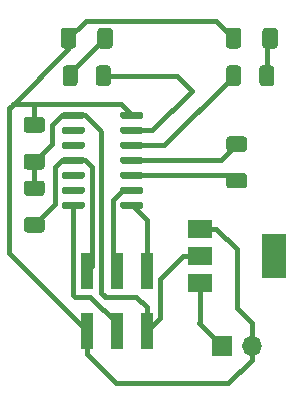
<source format=gbr>
%TF.GenerationSoftware,KiCad,Pcbnew,(5.1.10-1-10_14)*%
%TF.CreationDate,2021-11-12T17:30:00-08:00*%
%TF.ProjectId,Tiny44_ghost,54696e79-3434-45f6-9768-6f73742e6b69,rev?*%
%TF.SameCoordinates,Original*%
%TF.FileFunction,Copper,L1,Top*%
%TF.FilePolarity,Positive*%
%FSLAX46Y46*%
G04 Gerber Fmt 4.6, Leading zero omitted, Abs format (unit mm)*
G04 Created by KiCad (PCBNEW (5.1.10-1-10_14)) date 2021-11-12 17:30:00*
%MOMM*%
%LPD*%
G01*
G04 APERTURE LIST*
%TA.AperFunction,SMDPad,CuDef*%
%ADD10R,1.000000X3.150000*%
%TD*%
%TA.AperFunction,SMDPad,CuDef*%
%ADD11R,2.000000X3.800000*%
%TD*%
%TA.AperFunction,SMDPad,CuDef*%
%ADD12R,2.000000X1.500000*%
%TD*%
%TA.AperFunction,ComponentPad*%
%ADD13R,1.700000X1.700000*%
%TD*%
%TA.AperFunction,ComponentPad*%
%ADD14O,1.700000X1.700000*%
%TD*%
%TA.AperFunction,Conductor*%
%ADD15C,0.400000*%
%TD*%
G04 APERTURE END LIST*
D10*
%TO.P,J2,1*%
%TO.N,/MISO*%
X176530000Y-125745000D03*
%TO.P,J2,2*%
%TO.N,VCC*%
X176530000Y-130795000D03*
%TO.P,J2,3*%
%TO.N,/SCK*%
X173990000Y-125745000D03*
%TO.P,J2,4*%
%TO.N,/MOSI*%
X173990000Y-130795000D03*
%TO.P,J2,5*%
%TO.N,/RESET*%
X171450000Y-125745000D03*
%TO.P,J2,6*%
%TO.N,GND*%
X171450000Y-130795000D03*
%TD*%
%TO.P,C1,1*%
%TO.N,VCC*%
%TA.AperFunction,SMDPad,CuDef*%
G36*
G01*
X167655001Y-117160000D02*
X166354999Y-117160000D01*
G75*
G02*
X166105000Y-116910001I0J249999D01*
G01*
X166105000Y-116084999D01*
G75*
G02*
X166354999Y-115835000I249999J0D01*
G01*
X167655001Y-115835000D01*
G75*
G02*
X167905000Y-116084999I0J-249999D01*
G01*
X167905000Y-116910001D01*
G75*
G02*
X167655001Y-117160000I-249999J0D01*
G01*
G37*
%TD.AperFunction*%
%TO.P,C1,2*%
%TO.N,GND*%
%TA.AperFunction,SMDPad,CuDef*%
G36*
G01*
X167655001Y-114035000D02*
X166354999Y-114035000D01*
G75*
G02*
X166105000Y-113785001I0J249999D01*
G01*
X166105000Y-112959999D01*
G75*
G02*
X166354999Y-112710000I249999J0D01*
G01*
X167655001Y-112710000D01*
G75*
G02*
X167905000Y-112959999I0J-249999D01*
G01*
X167905000Y-113785001D01*
G75*
G02*
X167655001Y-114035000I-249999J0D01*
G01*
G37*
%TD.AperFunction*%
%TD*%
%TO.P,D1,2*%
%TO.N,Net-(D1-Pad2)*%
%TA.AperFunction,SMDPad,CuDef*%
G36*
G01*
X172225000Y-109845000D02*
X172225000Y-108595000D01*
G75*
G02*
X172475000Y-108345000I250000J0D01*
G01*
X173225000Y-108345000D01*
G75*
G02*
X173475000Y-108595000I0J-250000D01*
G01*
X173475000Y-109845000D01*
G75*
G02*
X173225000Y-110095000I-250000J0D01*
G01*
X172475000Y-110095000D01*
G75*
G02*
X172225000Y-109845000I0J250000D01*
G01*
G37*
%TD.AperFunction*%
%TO.P,D1,1*%
%TO.N,Net-(D1-Pad1)*%
%TA.AperFunction,SMDPad,CuDef*%
G36*
G01*
X169425000Y-109845000D02*
X169425000Y-108595000D01*
G75*
G02*
X169675000Y-108345000I250000J0D01*
G01*
X170425000Y-108345000D01*
G75*
G02*
X170675000Y-108595000I0J-250000D01*
G01*
X170675000Y-109845000D01*
G75*
G02*
X170425000Y-110095000I-250000J0D01*
G01*
X169675000Y-110095000D01*
G75*
G02*
X169425000Y-109845000I0J250000D01*
G01*
G37*
%TD.AperFunction*%
%TD*%
%TO.P,D2,1*%
%TO.N,Net-(D2-Pad1)*%
%TA.AperFunction,SMDPad,CuDef*%
G36*
G01*
X187315000Y-108595000D02*
X187315000Y-109845000D01*
G75*
G02*
X187065000Y-110095000I-250000J0D01*
G01*
X186315000Y-110095000D01*
G75*
G02*
X186065000Y-109845000I0J250000D01*
G01*
X186065000Y-108595000D01*
G75*
G02*
X186315000Y-108345000I250000J0D01*
G01*
X187065000Y-108345000D01*
G75*
G02*
X187315000Y-108595000I0J-250000D01*
G01*
G37*
%TD.AperFunction*%
%TO.P,D2,2*%
%TO.N,Net-(D2-Pad2)*%
%TA.AperFunction,SMDPad,CuDef*%
G36*
G01*
X184515000Y-108595000D02*
X184515000Y-109845000D01*
G75*
G02*
X184265000Y-110095000I-250000J0D01*
G01*
X183515000Y-110095000D01*
G75*
G02*
X183265000Y-109845000I0J250000D01*
G01*
X183265000Y-108595000D01*
G75*
G02*
X183515000Y-108345000I250000J0D01*
G01*
X184265000Y-108345000D01*
G75*
G02*
X184515000Y-108595000I0J-250000D01*
G01*
G37*
%TD.AperFunction*%
%TD*%
%TO.P,R1,2*%
%TO.N,Net-(D1-Pad1)*%
%TA.AperFunction,SMDPad,CuDef*%
G36*
G01*
X172350000Y-106670000D02*
X172350000Y-105420000D01*
G75*
G02*
X172600000Y-105170000I250000J0D01*
G01*
X173400000Y-105170000D01*
G75*
G02*
X173650000Y-105420000I0J-250000D01*
G01*
X173650000Y-106670000D01*
G75*
G02*
X173400000Y-106920000I-250000J0D01*
G01*
X172600000Y-106920000D01*
G75*
G02*
X172350000Y-106670000I0J250000D01*
G01*
G37*
%TD.AperFunction*%
%TO.P,R1,1*%
%TO.N,GND*%
%TA.AperFunction,SMDPad,CuDef*%
G36*
G01*
X169250000Y-106670000D02*
X169250000Y-105420000D01*
G75*
G02*
X169500000Y-105170000I250000J0D01*
G01*
X170300000Y-105170000D01*
G75*
G02*
X170550000Y-105420000I0J-250000D01*
G01*
X170550000Y-106670000D01*
G75*
G02*
X170300000Y-106920000I-250000J0D01*
G01*
X169500000Y-106920000D01*
G75*
G02*
X169250000Y-106670000I0J250000D01*
G01*
G37*
%TD.AperFunction*%
%TD*%
%TO.P,R2,1*%
%TO.N,GND*%
%TA.AperFunction,SMDPad,CuDef*%
G36*
G01*
X183220000Y-106670000D02*
X183220000Y-105420000D01*
G75*
G02*
X183470000Y-105170000I250000J0D01*
G01*
X184270000Y-105170000D01*
G75*
G02*
X184520000Y-105420000I0J-250000D01*
G01*
X184520000Y-106670000D01*
G75*
G02*
X184270000Y-106920000I-250000J0D01*
G01*
X183470000Y-106920000D01*
G75*
G02*
X183220000Y-106670000I0J250000D01*
G01*
G37*
%TD.AperFunction*%
%TO.P,R2,2*%
%TO.N,Net-(D2-Pad1)*%
%TA.AperFunction,SMDPad,CuDef*%
G36*
G01*
X186320000Y-106670000D02*
X186320000Y-105420000D01*
G75*
G02*
X186570000Y-105170000I250000J0D01*
G01*
X187370000Y-105170000D01*
G75*
G02*
X187620000Y-105420000I0J-250000D01*
G01*
X187620000Y-106670000D01*
G75*
G02*
X187370000Y-106920000I-250000J0D01*
G01*
X186570000Y-106920000D01*
G75*
G02*
X186320000Y-106670000I0J250000D01*
G01*
G37*
%TD.AperFunction*%
%TD*%
%TO.P,R4,1*%
%TO.N,VCC*%
%TA.AperFunction,SMDPad,CuDef*%
G36*
G01*
X166380000Y-118095000D02*
X167630000Y-118095000D01*
G75*
G02*
X167880000Y-118345000I0J-250000D01*
G01*
X167880000Y-119145000D01*
G75*
G02*
X167630000Y-119395000I-250000J0D01*
G01*
X166380000Y-119395000D01*
G75*
G02*
X166130000Y-119145000I0J250000D01*
G01*
X166130000Y-118345000D01*
G75*
G02*
X166380000Y-118095000I250000J0D01*
G01*
G37*
%TD.AperFunction*%
%TO.P,R4,2*%
%TO.N,/RESET*%
%TA.AperFunction,SMDPad,CuDef*%
G36*
G01*
X166380000Y-121195000D02*
X167630000Y-121195000D01*
G75*
G02*
X167880000Y-121445000I0J-250000D01*
G01*
X167880000Y-122245000D01*
G75*
G02*
X167630000Y-122495000I-250000J0D01*
G01*
X166380000Y-122495000D01*
G75*
G02*
X166130000Y-122245000I0J250000D01*
G01*
X166130000Y-121445000D01*
G75*
G02*
X166380000Y-121195000I250000J0D01*
G01*
G37*
%TD.AperFunction*%
%TD*%
%TO.P,R5,2*%
%TO.N,/Touch*%
%TA.AperFunction,SMDPad,CuDef*%
G36*
G01*
X184775000Y-115660000D02*
X183525000Y-115660000D01*
G75*
G02*
X183275000Y-115410000I0J250000D01*
G01*
X183275000Y-114610000D01*
G75*
G02*
X183525000Y-114360000I250000J0D01*
G01*
X184775000Y-114360000D01*
G75*
G02*
X185025000Y-114610000I0J-250000D01*
G01*
X185025000Y-115410000D01*
G75*
G02*
X184775000Y-115660000I-250000J0D01*
G01*
G37*
%TD.AperFunction*%
%TO.P,R5,1*%
%TO.N,/Send*%
%TA.AperFunction,SMDPad,CuDef*%
G36*
G01*
X184775000Y-118760000D02*
X183525000Y-118760000D01*
G75*
G02*
X183275000Y-118510000I0J250000D01*
G01*
X183275000Y-117710000D01*
G75*
G02*
X183525000Y-117460000I250000J0D01*
G01*
X184775000Y-117460000D01*
G75*
G02*
X185025000Y-117710000I0J-250000D01*
G01*
X185025000Y-118510000D01*
G75*
G02*
X184775000Y-118760000I-250000J0D01*
G01*
G37*
%TD.AperFunction*%
%TD*%
D11*
%TO.P,U1,4*%
%TO.N,Net-(U1-Pad4)*%
X187300000Y-124460000D03*
D12*
%TO.P,U1,2*%
%TO.N,VCC*%
X181000000Y-124460000D03*
%TO.P,U1,3*%
%TO.N,+9V*%
X181000000Y-126760000D03*
%TO.P,U1,1*%
%TO.N,GND*%
X181000000Y-122160000D03*
%TD*%
%TO.P,U2,1*%
%TO.N,VCC*%
%TA.AperFunction,SMDPad,CuDef*%
G36*
G01*
X169335001Y-112705001D02*
X169335001Y-112405001D01*
G75*
G02*
X169485001Y-112255001I150000J0D01*
G01*
X171135001Y-112255001D01*
G75*
G02*
X171285001Y-112405001I0J-150000D01*
G01*
X171285001Y-112705001D01*
G75*
G02*
X171135001Y-112855001I-150000J0D01*
G01*
X169485001Y-112855001D01*
G75*
G02*
X169335001Y-112705001I0J150000D01*
G01*
G37*
%TD.AperFunction*%
%TO.P,U2,2*%
%TO.N,Net-(U2-Pad2)*%
%TA.AperFunction,SMDPad,CuDef*%
G36*
G01*
X169335001Y-113975001D02*
X169335001Y-113675001D01*
G75*
G02*
X169485001Y-113525001I150000J0D01*
G01*
X171135001Y-113525001D01*
G75*
G02*
X171285001Y-113675001I0J-150000D01*
G01*
X171285001Y-113975001D01*
G75*
G02*
X171135001Y-114125001I-150000J0D01*
G01*
X169485001Y-114125001D01*
G75*
G02*
X169335001Y-113975001I0J150000D01*
G01*
G37*
%TD.AperFunction*%
%TO.P,U2,3*%
%TO.N,Net-(U2-Pad3)*%
%TA.AperFunction,SMDPad,CuDef*%
G36*
G01*
X169335001Y-115245001D02*
X169335001Y-114945001D01*
G75*
G02*
X169485001Y-114795001I150000J0D01*
G01*
X171135001Y-114795001D01*
G75*
G02*
X171285001Y-114945001I0J-150000D01*
G01*
X171285001Y-115245001D01*
G75*
G02*
X171135001Y-115395001I-150000J0D01*
G01*
X169485001Y-115395001D01*
G75*
G02*
X169335001Y-115245001I0J150000D01*
G01*
G37*
%TD.AperFunction*%
%TO.P,U2,4*%
%TO.N,/RESET*%
%TA.AperFunction,SMDPad,CuDef*%
G36*
G01*
X169335001Y-116515001D02*
X169335001Y-116215001D01*
G75*
G02*
X169485001Y-116065001I150000J0D01*
G01*
X171135001Y-116065001D01*
G75*
G02*
X171285001Y-116215001I0J-150000D01*
G01*
X171285001Y-116515001D01*
G75*
G02*
X171135001Y-116665001I-150000J0D01*
G01*
X169485001Y-116665001D01*
G75*
G02*
X169335001Y-116515001I0J150000D01*
G01*
G37*
%TD.AperFunction*%
%TO.P,U2,5*%
%TO.N,Net-(U2-Pad5)*%
%TA.AperFunction,SMDPad,CuDef*%
G36*
G01*
X169335001Y-117785001D02*
X169335001Y-117485001D01*
G75*
G02*
X169485001Y-117335001I150000J0D01*
G01*
X171135001Y-117335001D01*
G75*
G02*
X171285001Y-117485001I0J-150000D01*
G01*
X171285001Y-117785001D01*
G75*
G02*
X171135001Y-117935001I-150000J0D01*
G01*
X169485001Y-117935001D01*
G75*
G02*
X169335001Y-117785001I0J150000D01*
G01*
G37*
%TD.AperFunction*%
%TO.P,U2,6*%
%TO.N,Net-(U2-Pad6)*%
%TA.AperFunction,SMDPad,CuDef*%
G36*
G01*
X169335001Y-119055001D02*
X169335001Y-118755001D01*
G75*
G02*
X169485001Y-118605001I150000J0D01*
G01*
X171135001Y-118605001D01*
G75*
G02*
X171285001Y-118755001I0J-150000D01*
G01*
X171285001Y-119055001D01*
G75*
G02*
X171135001Y-119205001I-150000J0D01*
G01*
X169485001Y-119205001D01*
G75*
G02*
X169335001Y-119055001I0J150000D01*
G01*
G37*
%TD.AperFunction*%
%TO.P,U2,7*%
%TO.N,/MOSI*%
%TA.AperFunction,SMDPad,CuDef*%
G36*
G01*
X169335001Y-120325001D02*
X169335001Y-120025001D01*
G75*
G02*
X169485001Y-119875001I150000J0D01*
G01*
X171135001Y-119875001D01*
G75*
G02*
X171285001Y-120025001I0J-150000D01*
G01*
X171285001Y-120325001D01*
G75*
G02*
X171135001Y-120475001I-150000J0D01*
G01*
X169485001Y-120475001D01*
G75*
G02*
X169335001Y-120325001I0J150000D01*
G01*
G37*
%TD.AperFunction*%
%TO.P,U2,8*%
%TO.N,/MISO*%
%TA.AperFunction,SMDPad,CuDef*%
G36*
G01*
X174285001Y-120325001D02*
X174285001Y-120025001D01*
G75*
G02*
X174435001Y-119875001I150000J0D01*
G01*
X176085001Y-119875001D01*
G75*
G02*
X176235001Y-120025001I0J-150000D01*
G01*
X176235001Y-120325001D01*
G75*
G02*
X176085001Y-120475001I-150000J0D01*
G01*
X174435001Y-120475001D01*
G75*
G02*
X174285001Y-120325001I0J150000D01*
G01*
G37*
%TD.AperFunction*%
%TO.P,U2,9*%
%TO.N,/SCK*%
%TA.AperFunction,SMDPad,CuDef*%
G36*
G01*
X174285001Y-119055001D02*
X174285001Y-118755001D01*
G75*
G02*
X174435001Y-118605001I150000J0D01*
G01*
X176085001Y-118605001D01*
G75*
G02*
X176235001Y-118755001I0J-150000D01*
G01*
X176235001Y-119055001D01*
G75*
G02*
X176085001Y-119205001I-150000J0D01*
G01*
X174435001Y-119205001D01*
G75*
G02*
X174285001Y-119055001I0J150000D01*
G01*
G37*
%TD.AperFunction*%
%TO.P,U2,10*%
%TO.N,/Send*%
%TA.AperFunction,SMDPad,CuDef*%
G36*
G01*
X174285001Y-117785001D02*
X174285001Y-117485001D01*
G75*
G02*
X174435001Y-117335001I150000J0D01*
G01*
X176085001Y-117335001D01*
G75*
G02*
X176235001Y-117485001I0J-150000D01*
G01*
X176235001Y-117785001D01*
G75*
G02*
X176085001Y-117935001I-150000J0D01*
G01*
X174435001Y-117935001D01*
G75*
G02*
X174285001Y-117785001I0J150000D01*
G01*
G37*
%TD.AperFunction*%
%TO.P,U2,11*%
%TO.N,/Touch*%
%TA.AperFunction,SMDPad,CuDef*%
G36*
G01*
X174285001Y-116515001D02*
X174285001Y-116215001D01*
G75*
G02*
X174435001Y-116065001I150000J0D01*
G01*
X176085001Y-116065001D01*
G75*
G02*
X176235001Y-116215001I0J-150000D01*
G01*
X176235001Y-116515001D01*
G75*
G02*
X176085001Y-116665001I-150000J0D01*
G01*
X174435001Y-116665001D01*
G75*
G02*
X174285001Y-116515001I0J150000D01*
G01*
G37*
%TD.AperFunction*%
%TO.P,U2,12*%
%TO.N,Net-(D2-Pad2)*%
%TA.AperFunction,SMDPad,CuDef*%
G36*
G01*
X174285001Y-115245001D02*
X174285001Y-114945001D01*
G75*
G02*
X174435001Y-114795001I150000J0D01*
G01*
X176085001Y-114795001D01*
G75*
G02*
X176235001Y-114945001I0J-150000D01*
G01*
X176235001Y-115245001D01*
G75*
G02*
X176085001Y-115395001I-150000J0D01*
G01*
X174435001Y-115395001D01*
G75*
G02*
X174285001Y-115245001I0J150000D01*
G01*
G37*
%TD.AperFunction*%
%TO.P,U2,13*%
%TO.N,Net-(D1-Pad2)*%
%TA.AperFunction,SMDPad,CuDef*%
G36*
G01*
X174285001Y-113975001D02*
X174285001Y-113675001D01*
G75*
G02*
X174435001Y-113525001I150000J0D01*
G01*
X176085001Y-113525001D01*
G75*
G02*
X176235001Y-113675001I0J-150000D01*
G01*
X176235001Y-113975001D01*
G75*
G02*
X176085001Y-114125001I-150000J0D01*
G01*
X174435001Y-114125001D01*
G75*
G02*
X174285001Y-113975001I0J150000D01*
G01*
G37*
%TD.AperFunction*%
%TO.P,U2,14*%
%TO.N,GND*%
%TA.AperFunction,SMDPad,CuDef*%
G36*
G01*
X174285001Y-112705001D02*
X174285001Y-112405001D01*
G75*
G02*
X174435001Y-112255001I150000J0D01*
G01*
X176085001Y-112255001D01*
G75*
G02*
X176235001Y-112405001I0J-150000D01*
G01*
X176235001Y-112705001D01*
G75*
G02*
X176085001Y-112855001I-150000J0D01*
G01*
X174435001Y-112855001D01*
G75*
G02*
X174285001Y-112705001I0J150000D01*
G01*
G37*
%TD.AperFunction*%
%TD*%
D13*
%TO.P,J1,1*%
%TO.N,+9V*%
X182880000Y-132080000D03*
D14*
%TO.P,J1,2*%
%TO.N,GND*%
X185420000Y-132080000D03*
%TD*%
D15*
%TO.N,GND*%
X185420000Y-132080000D02*
X185420000Y-130175000D01*
X185420000Y-130175000D02*
X184150000Y-128905000D01*
X182400000Y-122160000D02*
X181000000Y-122160000D01*
X184150000Y-123910000D02*
X182400000Y-122160000D01*
X184150000Y-128905000D02*
X184150000Y-123910000D01*
X171450000Y-132770000D02*
X173935000Y-135255000D01*
X171450000Y-130795000D02*
X171450000Y-132770000D01*
X185420000Y-133282081D02*
X185420000Y-132080000D01*
X183447081Y-135255000D02*
X185420000Y-133282081D01*
X173935000Y-135255000D02*
X183447081Y-135255000D01*
X174359991Y-111654991D02*
X175260001Y-112555001D01*
X164894990Y-124239990D02*
X164894990Y-111947912D01*
X171450000Y-130795000D02*
X164894990Y-124239990D01*
X167005000Y-113372500D02*
X167005000Y-111760000D01*
X167005000Y-111760000D02*
X167110009Y-111654991D01*
X167110009Y-111654991D02*
X174359991Y-111654991D01*
X165187911Y-111654991D02*
X167110009Y-111654991D01*
X169900000Y-106942902D02*
X165091451Y-111751451D01*
X169900000Y-106045000D02*
X169900000Y-106942902D01*
X165091451Y-111751451D02*
X165187911Y-111654991D01*
X164894990Y-111947912D02*
X165091451Y-111751451D01*
X182394990Y-104569990D02*
X183870000Y-106045000D01*
X171375010Y-104569990D02*
X182394990Y-104569990D01*
X169900000Y-106045000D02*
X171375010Y-104569990D01*
%TO.N,+9V*%
X182880000Y-132080000D02*
X180975000Y-130175000D01*
X181000000Y-130150000D02*
X181000000Y-126760000D01*
X180975000Y-130175000D02*
X181000000Y-130150000D01*
%TO.N,/MISO*%
X176530000Y-121445000D02*
X175260001Y-120175001D01*
X176530000Y-125745000D02*
X176530000Y-121445000D01*
%TO.N,VCC*%
X171285001Y-112555001D02*
X170310001Y-112555001D01*
X173009999Y-127920001D02*
X172884983Y-127794985D01*
X175630001Y-127920001D02*
X173009999Y-127920001D01*
X176530000Y-128820000D02*
X175630001Y-127920001D01*
X176530000Y-130795000D02*
X176530000Y-128820000D01*
X179600000Y-124460000D02*
X181000000Y-124460000D01*
X177630001Y-126429999D02*
X179600000Y-124460000D01*
X177630001Y-129694999D02*
X177630001Y-126429999D01*
X176530000Y-130795000D02*
X177630001Y-129694999D01*
X173009999Y-127920001D02*
X172685021Y-127595023D01*
X172557500Y-113827500D02*
X171285001Y-112555001D01*
X172685021Y-113955021D02*
X172557500Y-113827500D01*
X172685021Y-127595023D02*
X172685021Y-113955021D01*
X168505010Y-113384992D02*
X168505010Y-114997490D01*
X168505010Y-114997490D02*
X167005000Y-116497500D01*
X169335001Y-112555001D02*
X168505010Y-113384992D01*
X170310001Y-112555001D02*
X169335001Y-112555001D01*
X167005000Y-118745000D02*
X167005000Y-116497500D01*
%TO.N,/SCK*%
X174494325Y-118905001D02*
X175260001Y-118905001D01*
X173684991Y-119714335D02*
X174494325Y-118905001D01*
X173684991Y-125439991D02*
X173990000Y-125745000D01*
X173684991Y-119714335D02*
X173684991Y-125439991D01*
%TO.N,/MOSI*%
X171730003Y-127920001D02*
X170469999Y-127920001D01*
X173990000Y-130179998D02*
X171730003Y-127920001D01*
X173990000Y-130795000D02*
X173990000Y-130179998D01*
X170310001Y-127760003D02*
X170469999Y-127920001D01*
X170310001Y-120175001D02*
X170310001Y-127760003D01*
%TO.N,/RESET*%
X171885011Y-116965011D02*
X171285001Y-116365001D01*
X171285001Y-116365001D02*
X170310001Y-116365001D01*
X171885011Y-125309989D02*
X171450000Y-125745000D01*
X171885011Y-116965011D02*
X171885011Y-125309989D01*
X169335001Y-116365001D02*
X170310001Y-116365001D01*
X168734991Y-116965011D02*
X169335001Y-116365001D01*
X168734991Y-120115009D02*
X168734991Y-116965011D01*
X167005000Y-121845000D02*
X168734991Y-120115009D01*
%TO.N,Net-(D1-Pad1)*%
X170050000Y-108995000D02*
X173000000Y-106045000D01*
X170050000Y-109220000D02*
X170050000Y-108995000D01*
%TO.N,Net-(D1-Pad2)*%
X176025677Y-113825001D02*
X175260001Y-113825001D01*
X177004999Y-113825001D02*
X175260001Y-113825001D01*
X180340000Y-110490000D02*
X177004999Y-113825001D01*
X179070000Y-109220000D02*
X180340000Y-110490000D01*
X172850000Y-109220000D02*
X179070000Y-109220000D01*
%TO.N,Net-(D2-Pad2)*%
X178014999Y-115095001D02*
X183890000Y-109220000D01*
X175260001Y-115095001D02*
X178014999Y-115095001D01*
%TO.N,Net-(D2-Pad1)*%
X186690000Y-106325000D02*
X186970000Y-106045000D01*
X186690000Y-109220000D02*
X186690000Y-106325000D01*
%TO.N,/Touch*%
X176055001Y-116365001D02*
X175260001Y-116365001D01*
X182794999Y-116365001D02*
X184150000Y-115010000D01*
X175260001Y-116365001D02*
X182794999Y-116365001D01*
%TO.N,/Send*%
X183675001Y-117635001D02*
X184150000Y-118110000D01*
X175260001Y-117635001D02*
X183675001Y-117635001D01*
%TD*%
M02*

</source>
